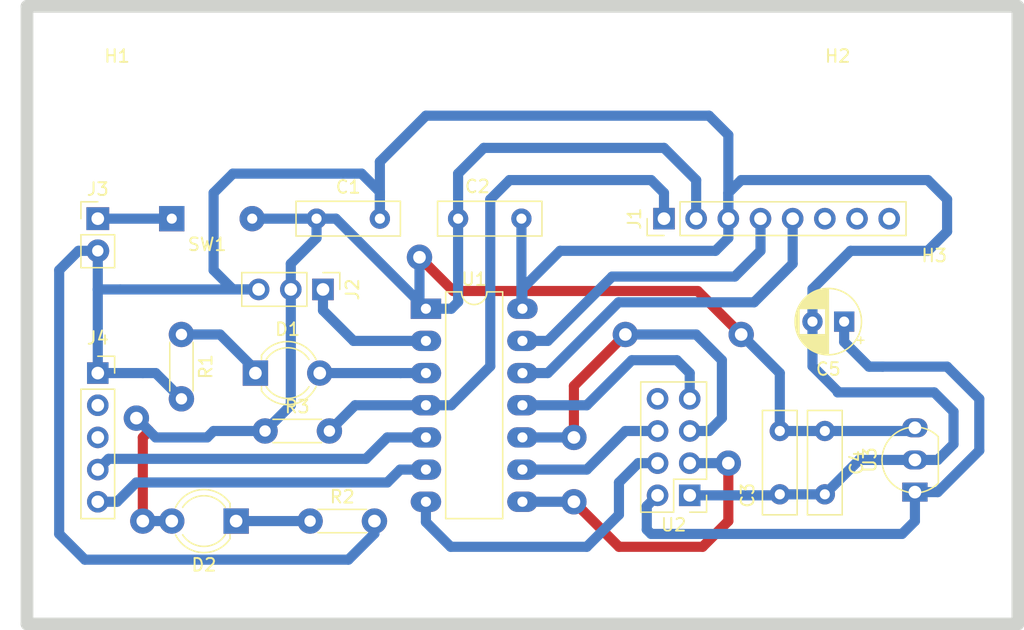
<source format=kicad_pcb>
(kicad_pcb (version 20211014) (generator pcbnew)
  (layers (0 "F.Cu" signal) (31 "B.Cu" signal) (34 "B.Paste" user) (35 "F.Paste" user) (36 "B.SilkS" user "B.Silkscreen") (37 "F.SilkS" user "F.Silkscreen") (38 "B.Mask" user) (39 "F.Mask" user) (44 "Edge.Cuts" user))
  (net 0 "")
  (net 1 "GND")
  (net 2 "+5V")
  (net 3 "+3V3")
  (net 4 "LED")
  (net 5 "Net-(D1-Pad1)")
  (net 6 "Net-(D2-Pad1)")
  (net 7 "Net-(J1-Pad8)")
  (net 8 "Net-(J1-Pad7)")
  (net 9 "Net-(J1-Pad6)")
  (net 10 "PGC")
  (net 11 "PGD")
  (net 12 "MCLR")
  (net 13 "SERVO")
  (net 14 "+BATT")
  (net 15 "TX1")
  (net 16 "RX1")
  (net 17 "Net-(J4-Pad3)")
  (net 18 "Net-(J4-Pad2)")
  (net 19 "CSN")
  (net 20 "SDO1")
  (net 21 "SCK1")
  (net 22 "SDI1")
  (net 23 "CE")
  (net 24 "Net-(U2-Pad8)")
  (footprint "Capacitor_THT:C_Disc_D8.0mm_W2.5mm_P5.00mm" (layer "F.Cu") (at 125.222 81.566)
    (fp_text reference "C1" (at 2.5 -2.5) (layer "F.SilkS"))
    (fp_text value "100n")
    (fp_line (start -1.62 -1.37) (end 6.62 -1.37) (layer "F.SilkS") (width 0.12))
    (fp_line (start -1.62 1.37) (end 6.62 1.37) (layer "F.SilkS") (width 0.12))
    (fp_line (start 6.62 -1.37) (end 6.62 1.37) (layer "F.SilkS") (width 0.12))
    (fp_line (start -1.62 -1.37) (end -1.62 1.37) (layer "F.SilkS") (width 0.12))
    (pad "1" thru_hole circle locked (at 0 0) (size 1.6 1.6) (drill 0.8) (layers *.Cu *.Mask) (net 2 "+5V"))
    (pad "2" thru_hole circle locked (at 5 0) (size 1.6 1.6) (drill 0.8) (layers *.Cu *.Mask) (net 1 "GND"))
  )
  (footprint "Capacitor_THT:C_Disc_D8.0mm_W2.5mm_P5.00mm" (layer "F.Cu") (at 136.398 81.566)
    (fp_text reference "C2" (at 1.524 -2.54) (layer "F.SilkS"))
    (fp_text value "4.7u")
    (fp_line (start -1.62 1.37) (end 6.62 1.37) (layer "F.SilkS") (width 0.12))
    (fp_line (start -1.62 -1.37) (end -1.62 1.37) (layer "F.SilkS") (width 0.12))
    (fp_line (start 6.62 -1.37) (end 6.62 1.37) (layer "F.SilkS") (width 0.12))
    (fp_line (start -1.62 -1.37) (end 6.62 -1.37) (layer "F.SilkS") (width 0.12))
    (pad "1" thru_hole circle locked (at 0 0) (size 1.6 1.6) (drill 0.8) (layers *.Cu *.Mask) (net 2 "+5V"))
    (pad "2" thru_hole circle locked (at 5 0) (size 1.6 1.6) (drill 0.8) (layers *.Cu *.Mask) (net 1 "GND"))
  )
  (footprint "Capacitor_THT:C_Disc_D8.0mm_W2.5mm_P5.00mm" (layer "F.Cu") (at 161.798 98.33 -90)
    (fp_text reference "C3" (at 5.08 2.54 90) (layer "F.SilkS"))
    (fp_text value "10n")
    (fp_line (start -1.62 1.37) (end 6.62 1.37) (layer "F.SilkS") (width 0.12))
    (fp_line (start -1.62 -1.37) (end -1.62 1.37) (layer "F.SilkS") (width 0.12))
    (fp_line (start 6.62 -1.37) (end 6.62 1.37) (layer "F.SilkS") (width 0.12))
    (fp_line (start -1.62 -1.37) (end 6.62 -1.37) (layer "F.SilkS") (width 0.12))
    (pad "1" thru_hole circle locked (at 0 0 270) (size 1.6 1.6) (drill 0.8) (layers *.Cu *.Mask) (net 2 "+5V"))
    (pad "2" thru_hole circle locked (at 5 0 270) (size 1.6 1.6) (drill 0.8) (layers *.Cu *.Mask) (net 1 "GND"))
  )
  (footprint "Capacitor_THT:C_Disc_D8.0mm_W2.5mm_P5.00mm" (layer "F.Cu") (at 165.354 98.33 -90)
    (fp_text reference "C4" (at 2.5 -2.5 90) (layer "F.SilkS"))
    (fp_text value "1n")
    (fp_line (start -1.62 -1.37) (end -1.62 1.37) (layer "F.SilkS") (width 0.12))
    (fp_line (start -1.62 -1.37) (end 6.62 -1.37) (layer "F.SilkS") (width 0.12))
    (fp_line (start 6.62 -1.37) (end 6.62 1.37) (layer "F.SilkS") (width 0.12))
    (fp_line (start -1.62 1.37) (end 6.62 1.37) (layer "F.SilkS") (width 0.12))
    (pad "1" thru_hole circle locked (at 0 0 270) (size 1.6 1.6) (drill 0.8) (layers *.Cu *.Mask) (net 2 "+5V"))
    (pad "2" thru_hole circle locked (at 5 0 270) (size 1.6 1.6) (drill 0.8) (layers *.Cu *.Mask) (net 1 "GND"))
  )
  (footprint "Capacitor_THT:CP_Radial_D5.0mm_P2.50mm" (layer "F.Cu") (at 166.878 89.694 180)
    (fp_text reference "C5" (at 1.25 -3.75) (layer "F.SilkS"))
    (fp_text value "22u")
    (fp_line (start 1.61 -2.556) (end 1.61 -1.04) (layer "F.SilkS") (width 0.12))
    (fp_line (start 2.811 -2.065) (end 2.811 -1.04) (layer "F.SilkS") (width 0.12))
    (fp_line (start 2.811 1.04) (end 2.811 2.065) (layer "F.SilkS") (width 0.12))
    (fp_line (start 3.051 1.04) (end 3.051 1.864) (layer "F.SilkS") (width 0.12))
    (fp_line (start 2.411 1.04) (end 2.411 2.31) (layer "F.SilkS") (width 0.12))
    (fp_line (start 3.371 -1.5) (end 3.371 -1.04) (layer "F.SilkS") (width 0.12))
    (fp_line (start 1.89 1.04) (end 1.89 2.501) (layer "F.SilkS") (width 0.12))
    (fp_line (start 2.171 1.04) (end 2.171 2.414) (layer "F.SilkS") (width 0.12))
    (fp_line (start 3.171 -1.743) (end 3.171 -1.04) (layer "F.SilkS") (width 0.12))
    (fp_line (start 2.891 -2.004) (end 2.891 -1.04) (layer "F.SilkS") (width 0.12))
    (fp_line (start 2.611 -2.2) (end 2.611 -1.04) (layer "F.SilkS") (width 0.12))
    (fp_line (start 3.091 -1.826) (end 3.091 -1.04) (layer "F.SilkS") (width 0.12))
    (fp_line (start 3.451 1.04) (end 3.451 1.383) (layer "F.SilkS") (width 0.12))
    (fp_line (start 2.091 1.04) (end 2.091 2.442) (layer "F.SilkS") (width 0.12))
    (fp_line (start 3.411 -1.443) (end 3.411 -1.04) (layer "F.SilkS") (width 0.12))
    (fp_line (start 3.011 1.04) (end 3.011 1.901) (layer "F.SilkS") (width 0.12))
    (fp_line (start 3.491 1.04) (end 3.491 1.319) (layer "F.SilkS") (width 0.12))
    (fp_line (start 2.131 1.04) (end 2.131 2.428) (layer "F.SilkS") (width 0.12))
    (fp_line (start 1.69 -2.543) (end 1.69 -1.04) (layer "F.SilkS") (width 0.12))
    (fp_line (start 2.731 1.04) (end 2.731 2.122) (layer "F.SilkS") (width 0.12))
    (fp_line (start 1.29 -2.58) (end 1.29 2.58) (layer "F.SilkS") (width 0.12))
    (fp_line (start 3.211 1.04) (end 3.211 1.699) (layer "F.SilkS") (width 0.12))
    (fp_line (start 2.971 1.04) (end 2.971 1.937) (layer "F.SilkS") (width 0.12))
    (fp_line (start 3.531 -1.251) (end 3.531 -1.04) (layer "F.SilkS") (width 0.12))
    (fp_line (start 3.011 -1.901) (end 3.011 -1.04) (layer "F.SilkS") (width 0.12))
    (fp_line (start 1.81 1.04) (end 1.81 2.52) (layer "F.SilkS") (width 0.12))
    (fp_line (start 3.851 -0.284) (end 3.851 0.284) (layer "F.SilkS") (width 0.12))
    (fp_line (start 1.81 -2.52) (end 1.81 -1.04) (layer "F.SilkS") (width 0.12))
    (fp_line (start 2.251 1.04) (end 2.251 2.382) (layer "F.SilkS") (width 0.12))
    (fp_line (start 3.571 -1.178) (end 3.571 1.178) (layer "F.SilkS") (width 0.12))
    (fp_line (start 1.33 -2.579) (end 1.33 2.579) (layer "F.SilkS") (width 0.12))
    (fp_line (start 3.131 1.04) (end 3.131 1.785) (layer "F.SilkS") (width 0.12))
    (fp_line (start 1.971 1.04) (end 1.971 2.48) (layer "F.SilkS") (width 0.12))
    (fp_line (start 2.531 -2.247) (end 2.531 -1.04) (layer "F.SilkS") (width 0.12))
    (fp_line (start 3.251 -1.653) (end 3.251 -1.04) (layer "F.SilkS") (width 0.12))
    (fp_line (start 1.69 1.04) (end 1.69 2.543) (layer "F.SilkS") (width 0.12))
    (fp_line (start 2.291 -2.365) (end 2.291 -1.04) (layer "F.SilkS") (width 0.12))
    (fp_line (start 2.011 -2.468) (end 2.011 -1.04) (layer "F.SilkS") (width 0.12))
    (fp_line (start 3.131 -1.785) (end 3.131 -1.04) (layer "F.SilkS") (width 0.12))
    (fp_line (start 3.491 -1.319) (end 3.491 -1.04) (layer "F.SilkS") (width 0.12))
    (fp_line (start 2.051 1.04) (end 2.051 2.455) (layer "F.SilkS") (width 0.12))
    (fp_line (start 3.731 -0.805) (end 3.731 0.805) (layer "F.SilkS") (width 0.12))
    (fp_line (start 1.77 -2.528) (end 1.77 -1.04) (layer "F.SilkS") (width 0.12))
    (fp_line (start 3.531 1.04) (end 3.531 1.251) (layer "F.SilkS") (width 0.12))
    (fp_line (start 2.371 1.04) (end 2.371 2.329) (layer "F.SilkS") (width 0.12))
    (fp_line (start 3.771 -0.677) (end 3.771 0.677) (layer "F.SilkS") (width 0.12))
    (fp_line (start 2.651 -2.175) (end 2.651 -1.04) (layer "F.SilkS") (width 0.12))
    (fp_line (start 3.331 1.04) (end 3.331 1.554) (layer "F.SilkS") (width 0.12))
    (fp_line (start 3.171 1.04) (end 3.171 1.743) (layer "F.SilkS") (width 0.12))
    (fp_line (start 1.61 1.04) (end 1.61 2.556) (layer "F.SilkS") (width 0.12))
    (fp_line (start 3.611 -1.098) (end 3.611 1.098) (layer "F.SilkS") (width 0.12))
    (fp_line (start 2.571 1.04) (end 2.571 2.224) (layer "F.SilkS") (width 0.12))
    (fp_line (start 1.73 1.04) (end 1.73 2.536) (layer "F.SilkS") (width 0.12))
    (fp_line (start 1.85 1.04) (end 1.85 2.511) (layer "F.SilkS") (width 0.12))
    (fp_line (start 3.091 1.04) (end 3.091 1.826) (layer "F.SilkS") (width 0.12))
    (fp_line (start 1.73 -2.536) (end 1.73 -1.04) (layer "F.SilkS") (width 0.12))
    (fp_line (start 3.651 -1.011) (end 3.651 1.011) (layer "F.SilkS") (width 0.12))
    (fp_line (start 1.971 -2.48) (end 1.971 -1.04) (layer "F.SilkS") (width 0.12))
    (fp_line (start 1.53 -2.565) (end 1.53 -1.04) (layer "F.SilkS") (width 0.12))
    (fp_line (start -1.304775 -1.725) (end -1.304775 -1.225) (layer "F.SilkS") (width 0.12))
    (fp_line (start 2.691 -2.149) (end 2.691 -1.04) (layer "F.SilkS") (width 0.12))
    (fp_line (start 2.451 -2.29) (end 2.451 -1.04) (layer "F.SilkS") (width 0.12))
    (fp_line (start 2.331 -2.348) (end 2.331 -1.04) (layer "F.SilkS") (width 0.12))
    (fp_line (start 2.451 1.04) (end 2.451 2.29) (layer "F.SilkS") (width 0.12))
    (fp_line (start 1.77 1.04) (end 1.77 2.528) (layer "F.SilkS") (width 0.12))
    (fp_line (start 3.291 1.04) (end 3.291 1.605) (layer "F.SilkS") (width 0.12))
    (fp_line (start 1.41 -2.576) (end 1.41 2.576) (layer "F.SilkS") (width 0.12))
    (fp_line (start 1.37 -2.578) (end 1.37 2.578) (layer "F.SilkS") (width 0.12))
    (fp_line (start 2.971 -1.937) (end 2.971 -1.04) (layer "F.SilkS") (width 0.12))
    (fp_line (start 2.571 -2.224) (end 2.571 -1.04) (layer "F.SilkS") (width 0.12))
    (fp_line (start 2.291 1.04) (end 2.291 2.365) (layer "F.SilkS") (width 0.12))
    (fp_line (start 3.251 1.04) (end 3.251 1.653) (layer "F.SilkS") (width 0.12))
    (fp_line (start -1.554775 -1.475) (end -1.054775 -1.475) (layer "F.SilkS") (width 0.12))
    (fp_line (start 3.411 1.04) (end 3.411 1.443) (layer "F.SilkS") (width 0.12))
    (fp_line (start 1.93 -2.491) (end 1.93 -1.04) (layer "F.SilkS") (width 0.12))
    (fp_line (start 2.851 -2.035) (end 2.851 -1.04) (layer "F.SilkS") (width 0.12))
    (fp_line (start 2.211 -2.398) (end 2.211 -1.04) (layer "F.SilkS") (width 0.12))
    (fp_line (start 3.291 -1.605) (end 3.291 -1.04) (layer "F.SilkS") (width 0.12))
    (fp_line (start 1.53 1.04) (end 1.53 2.565) (layer "F.SilkS") (width 0.12))
    (fp_line (start 1.49 1.04) (end 1.49 2.569) (layer "F.SilkS") (width 0.12))
    (fp_line (start 1.25 -2.58) (end 1.25 2.58) (layer "F.SilkS") (width 0.12))
    (fp_line (start 3.811 -0.518) (end 3.811 0.518) (layer "F.SilkS") (width 0.12))
    (fp_line (start 2.531 1.04) (end 2.531 2.247) (layer "F.SilkS") (width 0.12))
    (fp_line (start 2.091 -2.442) (end 2.091 -1.04) (layer "F.SilkS") (width 0.12))
    (fp_line (start 1.93 1.04) (end 1.93 2.491) (layer "F.SilkS") (width 0.12))
    (fp_line (start 2.771 1.04) (end 2.771 2.095) (layer "F.SilkS") (width 0.12))
    (fp_line (start 2.251 -2.382) (end 2.251 -1.04) (layer "F.SilkS") (width 0.12))
    (fp_line (start 2.771 -2.095) (end 2.771 -1.04) (layer "F.SilkS") (width 0.12))
    (fp_line (start 1.65 1.04) (end 1.65 2.55) (layer "F.SilkS") (width 0.12))
    (fp_line (start 2.611 1.04) (end 2.611 2.2) (layer "F.SilkS") (width 0.12))
    (fp_line (start 3.451 -1.383) (end 3.451 -1.04) (layer "F.SilkS") (width 0.12))
    (fp_line (start 2.331 1.04) (end 2.331 2.348) (layer "F.SilkS") (width 0.12))
    (fp_line (start 2.851 1.04) (end 2.851 2.035) (layer "F.SilkS") (width 0.12))
    (fp_line (start 2.171 -2.414) (end 2.171 -1.04) (layer "F.SilkS") (width 0.12))
    (fp_line (start 1.57 -2.561) (end 1.57 -1.04) (layer "F.SilkS") (width 0.12))
    (fp_line (start 1.49 -2.569) (end 1.49 -1.04) (layer "F.SilkS") (width 0.12))
    (fp_line (start 2.691 1.04) (end 2.691 2.149) (layer "F.SilkS") (width 0.12))
    (fp_line (start 2.411 -2.31) (end 2.411 -1.04) (layer "F.SilkS") (width 0.12))
    (fp_line (start 2.491 1.04) (end 2.491 2.268) (layer "F.SilkS") (width 0.12))
    (fp_line (start 3.051 -1.864) (end 3.051 -1.04) (layer "F.SilkS") (width 0.12))
    (fp_line (start 2.731 -2.122) (end 2.731 -1.04) (layer "F.SilkS") (width 0.12))
    (fp_line (start 1.45 -2.573) (end 1.45 2.573) (layer "F.SilkS") (width 0.12))
    (fp_line (start 3.371 1.04) (end 3.371 1.5) (layer "F.SilkS") (width 0.12))
    (fp_line (start 2.131 -2.428) (end 2.131 -1.04) (layer "F.SilkS") (width 0.12))
    (fp_line (start 2.011 1.04) (end 2.011 2.468) (layer "F.SilkS") (width 0.12))
    (fp_line (start 1.85 -2.511) (end 1.85 -1.04) (layer "F.SilkS") (width 0.12))
    (fp_line (start 1.89 -2.501) (end 1.89 -1.04) (layer "F.SilkS") (width 0.12))
    (fp_line (start 2.891 1.04) (end 2.891 2.004) (layer "F.SilkS") (width 0.12))
    (fp_line (start 2.931 -1.971) (end 2.931 -1.04) (layer "F.SilkS") (width 0.12))
    (fp_line (start 2.371 -2.329) (end 2.371 -1.04) (layer "F.SilkS") (width 0.12))
    (fp_line (start 2.051 -2.455) (end 2.051 -1.04) (layer "F.SilkS") (width 0.12))
    (fp_line (start 3.211 -1.699) (end 3.211 -1.04) (layer "F.SilkS") (width 0.12))
    (fp_line (start 2.491 -2.268) (end 2.491 -1.04) (layer "F.SilkS") (width 0.12))
    (fp_line (start 2.651 1.04) (end 2.651 2.175) (layer "F.SilkS") (width 0.12))
    (fp_line (start 2.211 1.04) (end 2.211 2.398) (layer "F.SilkS") (width 0.12))
    (fp_line (start 2.931 1.04) (end 2.931 1.971) (layer "F.SilkS") (width 0.12))
    (fp_line (start 3.691 -0.915) (end 3.691 0.915) (layer "F.SilkS") (width 0.12))
    (fp_line (start 1.65 -2.55) (end 1.65 -1.04) (layer "F.SilkS") (width 0.12))
    (fp_line (start 1.57 1.04) (end 1.57 2.561) (layer "F.SilkS") (width 0.12))
    (fp_line (start 3.331 -1.554) (end 3.331 -1.04) (layer "F.SilkS") (width 0.12))
    (fp_circle (center 1.25 0) (end 3.87 0) (layer "F.SilkS") (width 0.12) (fill none))
    (pad "1" thru_hole rect locked (at 0 0 180) (size 1.6 1.6) (drill 0.8) (layers *.Cu *.Mask) (net 3 "+3V3"))
    (pad "2" thru_hole circle locked (at 2.5 0 180) (size 1.6 1.6) (drill 0.8) (layers *.Cu *.Mask) (net 1 "GND"))
  )
  (footprint "LED_THT:LED_D4.0mm" (layer "F.Cu") (at 121.666 93.758)
    (fp_text reference "D1" (at 1.27 -3.46) (layer "F.SilkS"))
    (fp_text value "LED")
    (fp_line (start -0.79 1.08) (end -0.79 1.399) (layer "F.SilkS") (width 0.12))
    (fp_line (start -0.79 -1.399) (end -0.79 -1.08) (layer "F.SilkS") (width 0.12))
    (fp_arc (start -0.79 -1.398749) (mid 1.453519 -2.483228) (end 3.513242 -1.080724) (layer "F.SilkS") (width 0.12))
    (fp_arc (start -0.41333 -1.08) (mid 1.269429 -2) (end 2.952713 -1.080961) (layer "F.SilkS") (width 0.12))
    (fp_arc (start 2.952713 1.080961) (mid 1.269429 2) (end -0.41333 1.08) (layer "F.SilkS") (width 0.12))
    (fp_arc (start 3.513242 1.080724) (mid 1.453519 2.483228) (end -0.79 1.398749) (layer "F.SilkS") (width 0.12))
    (pad "1" thru_hole rect locked (at -1.27 0) (size 2 2) (drill 1) (layers *.Cu *.Mask) (net 5 "Net-(D1-Pad1)"))
    (pad "2" thru_hole circle locked (at 3.81 0) (size 2 2) (drill 1) (layers *.Cu *.Mask) (net 4 "LED"))
  )
  (footprint "LED_THT:LED_D4.0mm" (layer "F.Cu") (at 117.602 105.442 180)
    (fp_text reference "D2" (at 1.27 -3.46) (layer "F.SilkS"))
    (fp_text value "LED")
    (fp_line (start -0.79 -1.399) (end -0.79 -1.08) (layer "F.SilkS") (width 0.12))
    (fp_line (start -0.79 1.08) (end -0.79 1.399) (layer "F.SilkS") (width 0.12))
    (fp_arc (start 3.513242 1.080724) (mid 1.453519 2.483228) (end -0.79 1.398749) (layer "F.SilkS") (width 0.12))
    (fp_arc (start -0.79 -1.398749) (mid 1.453519 -2.483228) (end 3.513242 -1.080724) (layer "F.SilkS") (width 0.12))
    (fp_arc (start -0.41333 -1.08) (mid 1.269429 -2) (end 2.952713 -1.080961) (layer "F.SilkS") (width 0.12))
    (fp_arc (start 2.952713 1.080961) (mid 1.269429 2) (end -0.41333 1.08) (layer "F.SilkS") (width 0.12))
    (pad "1" thru_hole rect locked (at -1.27 0 180) (size 2 2) (drill 1) (layers *.Cu *.Mask) (net 6 "Net-(D2-Pad1)"))
    (pad "2" thru_hole circle locked (at 3.81 0 180) (size 2 2) (drill 1) (layers *.Cu *.Mask) (net 2 "+5V"))
  )
  (footprint "MountingHole:MountingHole_3.2mm_M3" (layer "F.Cu") (at 166.37 72.93)
    (fp_text reference "H2" (at 0 -4.2) (layer "F.SilkS"))
    (fp_text value "MountingHole")
    (pad "" np_thru_hole circle locked (at 0 0) (size 3.2 3.2) (drill 3.2) (layers *.Cu *.Mask))
  )
  (footprint "MountingHole:MountingHole_3.2mm_M3" (layer "F.Cu") (at 173.99 88.678)
    (fp_text reference "H3" (at 0 -4.2) (layer "F.SilkS"))
    (fp_text value "MountingHole")
    (pad "" np_thru_hole circle locked (at 0 0) (size 3.2 3.2) (drill 3.2) (layers *.Cu *.Mask))
  )
  (footprint "Connector_PinHeader_2.54mm:PinHeader_1x08_P2.54mm_Vertical" (layer "F.Cu") (at 152.654 81.566 90)
    (fp_text reference "J1" (at 0 -2.33 90) (layer "F.SilkS"))
    (fp_text value "Conn_01x08_Male")
    (fp_line (start 1.33 1.27) (end 1.33 19.11) (layer "F.SilkS") (width 0.12))
    (fp_line (start -1.33 -1.33) (end 0 -1.33) (layer "F.SilkS") (width 0.12))
    (fp_line (start -1.33 1.27) (end -1.33 19.11) (layer "F.SilkS") (width 0.12))
    (fp_line (start -1.33 1.27) (end 1.33 1.27) (layer "F.SilkS") (width 0.12))
    (fp_line (start -1.33 0) (end -1.33 -1.33) (layer "F.SilkS") (width 0.12))
    (fp_line (start -1.33 19.11) (end 1.33 19.11) (layer "F.SilkS") (width 0.12))
    (pad "1" thru_hole rect locked (at 0 0 90) (size 1.7 1.7) (drill 1) (layers *.Cu *.Mask) (net 12 "MCLR"))
    (pad "2" thru_hole oval locked (at 0 2.54 90) (size 1.7 1.7) (drill 1) (layers *.Cu *.Mask) (net 2 "+5V"))
    (pad "3" thru_hole oval locked (at 0 5.08 90) (size 1.7 1.7) (drill 1) (layers *.Cu *.Mask) (net 1 "GND"))
    (pad "4" thru_hole oval locked (at 0 7.62 90) (size 1.7 1.7) (drill 1) (layers *.Cu *.Mask) (net 11 "PGD"))
    (pad "5" thru_hole oval locked (at 0 10.16 90) (size 1.7 1.7) (drill 1) (layers *.Cu *.Mask) (net 10 "PGC"))
    (pad "6" thru_hole oval locked (at 0 12.7 90) (size 1.7 1.7) (drill 1) (layers *.Cu *.Mask) (net 9 "Net-(J1-Pad6)"))
    (pad "7" thru_hole oval locked (at 0 15.24 90) (size 1.7 1.7) (drill 1) (layers *.Cu *.Mask) (net 8 "Net-(J1-Pad7)"))
    (pad "8" thru_hole oval locked (at 0 17.78 90) (size 1.7 1.7) (drill 1) (layers *.Cu *.Mask) (net 7 "Net-(J1-Pad8)"))
  )
  (footprint "Connector_PinHeader_2.54mm:PinHeader_1x03_P2.54mm_Vertical" (layer "F.Cu") (at 125.73 87.154 -90)
    (fp_text reference "J2" (at 0 -2.33 90) (layer "F.SilkS"))
    (fp_text value "Conn_01x03_Male")
    (fp_line (start -1.33 6.41) (end 1.33 6.41) (layer "F.SilkS") (width 0.12))
    (fp_line (start -1.33 1.27) (end 1.33 1.27) (layer "F.SilkS") (width 0.12))
    (fp_line (start -1.33 0) (end -1.33 -1.33) (layer "F.SilkS") (width 0.12))
    (fp_line (start -1.33 -1.33) (end 0 -1.33) (layer "F.SilkS") (width 0.12))
    (fp_line (start -1.33 1.27) (end -1.33 6.41) (layer "F.SilkS") (width 0.12))
    (fp_line (start 1.33 1.27) (end 1.33 6.41) (layer "F.SilkS") (width 0.12))
    (pad "1" thru_hole rect locked (at 0 0 270) (size 1.7 1.7) (drill 1) (layers *.Cu *.Mask) (net 13 "SERVO"))
    (pad "2" thru_hole oval locked (at 0 2.54 270) (size 1.7 1.7) (drill 1) (layers *.Cu *.Mask) (net 2 "+5V"))
    (pad "3" thru_hole oval locked (at 0 5.08 270) (size 1.7 1.7) (drill 1) (layers *.Cu *.Mask) (net 1 "GND"))
  )
  (footprint "Connector_PinHeader_2.54mm:PinHeader_1x02_P2.54mm_Vertical" (layer "F.Cu") (at 107.95 81.566)
    (fp_text reference "J3" (at 0 -2.33) (layer "F.SilkS"))
    (fp_text value "Conn_01x02_Male")
    (fp_line (start 1.33 1.27) (end 1.33 3.87) (layer "F.SilkS") (width 0.12))
    (fp_line (start -1.33 0) (end -1.33 -1.33) (layer "F.SilkS") (width 0.12))
    (fp_line (start -1.33 -1.33) (end 0 -1.33) (layer "F.SilkS") (width 0.12))
    (fp_line (start -1.33 1.27) (end 1.33 1.27) (layer "F.SilkS") (width 0.12))
    (fp_line (start -1.33 1.27) (end -1.33 3.87) (layer "F.SilkS") (width 0.12))
    (fp_line (start -1.33 3.87) (end 1.33 3.87) (layer "F.SilkS") (width 0.12))
    (pad "1" thru_hole rect locked (at 0 0) (size 1.8 1.8) (drill 1) (layers *.Cu *.Mask) (net 14 "+BATT"))
    (pad "2" thru_hole oval locked (at 0 2.54) (size 1.8 1.8) (drill 0.9) (layers *.Cu *.Mask) (net 1 "GND"))
  )
  (footprint "Connector_PinSocket_2.54mm:PinSocket_1x05_P2.54mm_Vertical" (layer "F.Cu") (at 107.95 93.758)
    (fp_text reference "J4" (at 0 -2.77) (layer "F.SilkS"))
    (fp_text value "Conn_01x05_Female")
    (fp_line (start 1.33 -1.33) (end 1.33 0) (layer "F.SilkS") (width 0.12))
    (fp_line (start -1.33 11.49) (end 1.33 11.49) (layer "F.SilkS") (width 0.12))
    (fp_line (start 1.33 1.27) (end 1.33 11.49) (layer "F.SilkS") (width 0.12))
    (fp_line (start -1.33 1.27) (end -1.33 11.49) (layer "F.SilkS") (width 0.12))
    (fp_line (start 0 -1.33) (end 1.33 -1.33) (layer "F.SilkS") (width 0.12))
    (fp_line (start -1.33 1.27) (end 1.33 1.27) (layer "F.SilkS") (width 0.12))
    (pad "1" thru_hole rect locked (at 0 0) (size 1.7 1.7) (drill 1) (layers *.Cu *.Mask) (net 1 "GND"))
    (pad "2" thru_hole oval locked (at 0 2.54) (size 1.7 1.7) (drill 1) (layers *.Cu *.Mask) (net 18 "Net-(J4-Pad2)"))
    (pad "3" thru_hole oval locked (at 0 5.08) (size 1.7 1.7) (drill 1) (layers *.Cu *.Mask) (net 17 "Net-(J4-Pad3)"))
    (pad "4" thru_hole oval locked (at 0 7.62) (size 1.7 1.7) (drill 1) (layers *.Cu *.Mask) (net 16 "RX1"))
    (pad "5" thru_hole oval locked (at 0 10.16) (size 1.7 1.7) (drill 1) (layers *.Cu *.Mask) (net 15 "TX1"))
  )
  (footprint "Resistor_THT:R_Axial_DIN0204_L3.6mm_D1.6mm_P5.08mm_Horizontal" (layer "F.Cu") (at 114.554 90.71 -90)
    (fp_text reference "R1" (at 2.54 -1.92 90) (layer "F.SilkS"))
    (fp_text value "330")
    (fp_line (start 0.62 -0.92) (end 4.46 -0.92) (layer "F.SilkS") (width 0.12))
    (fp_line (start 0.62 0.92) (end 4.46 0.92) (layer "F.SilkS") (width 0.12))
    (pad "1" thru_hole circle locked (at 0 0 270) (size 2 2) (drill 0.9) (layers *.Cu *.Mask) (net 5 "Net-(D1-Pad1)"))
    (pad "2" thru_hole oval locked (at 5.08 0 270) (size 2 2) (drill 0.9) (layers *.Cu *.Mask) (net 1 "GND"))
  )
  (footprint "Resistor_THT:R_Axial_DIN0204_L3.6mm_D1.6mm_P5.08mm_Horizontal" (layer "F.Cu") (at 124.714 105.442)
    (fp_text reference "R2" (at 2.54 -1.92) (layer "F.SilkS"))
    (fp_text value "330")
    (fp_line (start 0.62 0.92) (end 4.46 0.92) (layer "F.SilkS") (width 0.12))
    (fp_line (start 0.62 -0.92) (end 4.46 -0.92) (layer "F.SilkS") (width 0.12))
    (pad "1" thru_hole circle locked (at 0 0) (size 2 2) (drill 0.9) (layers *.Cu *.Mask) (net 6 "Net-(D2-Pad1)"))
    (pad "2" thru_hole oval locked (at 5.08 0) (size 2 2) (drill 1) (layers *.Cu *.Mask) (net 1 "GND"))
  )
  (footprint "Resistor_THT:R_Axial_DIN0204_L3.6mm_D1.6mm_P5.08mm_Horizontal" (layer "F.Cu") (at 121.158 98.33)
    (fp_text reference "R3" (at 2.54 -1.92) (layer "F.SilkS"))
    (fp_text value "10k")
    (fp_line (start 0.62 0.92) (end 4.46 0.92) (layer "F.SilkS") (width 0.12))
    (fp_line (start 0.62 -0.92) (end 4.46 -0.92) (layer "F.SilkS") (width 0.12))
    (pad "1" thru_hole circle locked (at 0 0) (size 2 2) (drill 0.9) (layers *.Cu *.Mask) (net 2 "+5V"))
    (pad "2" thru_hole oval locked (at 5.08 0) (size 2 2) (drill 0.9) (layers *.Cu *.Mask) (net 12 "MCLR"))
  )
  (footprint "Connector_Wire:SolderWirePad_1x02_P3.81mm_Drill0.8mm" (layer "F.Cu") (at 115.062 81.566)
    (fp_text reference "SW1" (at 1.524 2.032) (layer "F.SilkS"))
    (fp_text value "SW_DIP_x01")
    (pad "1" thru_hole rect locked (at -1.27 0) (size 1.99898 1.99898) (drill 0.8001) (layers *.Cu *.Mask) (net 14 "+BATT"))
    (pad "2" thru_hole circle locked (at 5.08 0) (size 1.99898 1.99898) (drill 0.8001) (layers *.Cu *.Mask) (net 2 "+5V"))
  )
  (footprint "Package_DIP:DIP-14_W7.62mm_LongPads" (layer "F.Cu") (at 133.858 88.678)
    (fp_text reference "U1" (at 3.81 -2.33) (layer "F.SilkS"))
    (fp_text value "PIC16F18426")
    (fp_line (start 2.81 -1.33) (end 1.56 -1.33) (layer "F.SilkS") (width 0.12))
    (fp_line (start 1.56 16.57) (end 6.06 16.57) (layer "F.SilkS") (width 0.12))
    (fp_line (start 6.06 16.57) (end 6.06 -1.33) (layer "F.SilkS") (width 0.12))
    (fp_line (start 6.06 -1.33) (end 4.81 -1.33) (layer "F.SilkS") (width 0.12))
    (fp_line (start 1.56 -1.33) (end 1.56 16.57) (layer "F.SilkS") (width 0.12))
    (fp_arc (start 4.81 -1.33) (mid 3.81 -0.33) (end 2.81 -1.33) (layer "F.SilkS") (width 0.12))
    (pad "1" thru_hole rect locked (at 0 0) (size 2.4 1.6) (drill 0.8) (layers *.Cu *.Mask) (net 2 "+5V"))
    (pad "2" thru_hole oval locked (at 0 2.54) (size 2.4 1.6) (drill 0.8) (layers *.Cu *.Mask) (net 13 "SERVO"))
    (pad "3" thru_hole oval locked (at 0 5.08) (size 2.4 1.6) (drill 0.8) (layers *.Cu *.Mask) (net 4 "LED"))
    (pad "4" thru_hole oval locked (at 0 7.62) (size 2.4 1.6) (drill 0.8) (layers *.Cu *.Mask) (net 12 "MCLR"))
    (pad "5" thru_hole oval locked (at 0 10.16) (size 2.4 1.6) (drill 0.8) (layers *.Cu *.Mask) (net 16 "RX1"))
    (pad "6" thru_hole oval locked (at 0 12.7) (size 2.4 1.6) (drill 0.8) (layers *.Cu *.Mask) (net 15 "TX1"))
    (pad "7" thru_hole oval locked (at 0 15.24) (size 2.4 1.6) (drill 0.8) (layers *.Cu *.Mask) (net 19 "CSN"))
    (pad "8" thru_hole oval locked (at 7.62 15.24) (size 2.4 1.6) (drill 0.8) (layers *.Cu *.Mask) (net 23 "CE"))
    (pad "9" thru_hole oval locked (at 7.62 12.7) (size 2.4 1.6) (drill 0.8) (layers *.Cu *.Mask) (net 22 "SDI1"))
    (pad "10" thru_hole oval locked (at 7.62 10.16) (size 2.4 1.6) (drill 0.8) (layers *.Cu *.Mask) (net 21 "SCK1"))
    (pad "11" thru_hole oval locked (at 7.62 7.62) (size 2.4 1.6) (drill 0.8) (layers *.Cu *.Mask) (net 20 "SDO1"))
    (pad "12" thru_hole oval locked (at 7.62 5.08) (size 2.4 1.6) (drill 0.8) (layers *.Cu *.Mask) (net 10 "PGC"))
    (pad "13" thru_hole oval locked (at 7.62 2.54) (size 2.4 1.6) (drill 0.8) (layers *.Cu *.Mask) (net 11 "PGD"))
    (pad "14" thru_hole oval locked (at 7.62 0) (size 2.4 1.6) (drill 0.8) (layers *.Cu *.Mask) (net 1 "GND"))
  )
  (footprint "Connector_PinHeader_2.54mm:PinHeader_2x04_P2.54mm_Vertical" (layer "F.Cu") (at 154.686 103.41 180)
    (fp_text reference "U2" (at 1.27 -2.33) (layer "F.SilkS"))
    (fp_text value "NRF24L01_Breakout")
    (fp_line (start 1.27 1.27) (end 1.27 -1.33) (layer "F.SilkS") (width 0.12))
    (fp_line (start -1.33 1.27) (end 1.27 1.27) (layer "F.SilkS") (width 0.12))
    (fp_line (start 3.87 -1.33) (end 3.87 8.95) (layer "F.SilkS") (width 0.12))
    (fp_line (start -1.33 -1.33) (end 0 -1.33) (layer "F.SilkS") (width 0.12))
    (fp_line (start -1.33 0) (end -1.33 -1.33) (layer "F.SilkS") (width 0.12))
    (fp_line (start 1.27 -1.33) (end 3.87 -1.33) (layer "F.SilkS") (width 0.12))
    (fp_line (start -1.33 8.95) (end 3.87 8.95) (layer "F.SilkS") (width 0.12))
    (fp_line (start -1.33 1.27) (end -1.33 8.95) (layer "F.SilkS") (width 0.12))
    (pad "1" thru_hole rect locked (at 0 0 180) (size 1.7 1.7) (drill 1) (layers *.Cu *.Mask) (net 1 "GND"))
    (pad "2" thru_hole oval locked (at 2.54 0 180) (size 1.7 1.7) (drill 1) (layers *.Cu *.Mask) (net 3 "+3V3"))
    (pad "3" thru_hole oval locked (at 0 2.54 180) (size 1.7 1.7) (drill 1) (layers *.Cu *.Mask) (net 23 "CE"))
    (pad "4" thru_hole oval locked (at 2.54 2.54 180) (size 1.7 1.7) (drill 1) (layers *.Cu *.Mask) (net 19 "CSN"))
    (pad "5" thru_hole oval locked (at 0 5.08 180) (size 1.7 1.7) (drill 1) (layers *.Cu *.Mask) (net 21 "SCK1"))
    (pad "6" thru_hole oval locked (at 2.54 5.08 180) (size 1.7 1.7) (drill 1) (layers *.Cu *.Mask) (net 22 "SDI1"))
    (pad "7" thru_hole oval locked (at 0 7.62 180) (size 1.7 1.7) (drill 1) (layers *.Cu *.Mask) (net 20 "SDO1"))
    (pad "8" thru_hole oval locked (at 2.54 7.62 180) (size 1.7 1.7) (drill 1) (layers *.Cu *.Mask) (net 24 "Net-(U2-Pad8)"))
  )
  (footprint "Package_TO_SOT_THT:TO-92_Inline" (layer "F.Cu") (at 172.466 101.886 90)
    (fp_text reference "U3" (at 1.27 -3.56 90) (layer "F.SilkS"))
    (fp_text value "L78L33_TO92")
    (fp_line (start -0.53 1.85) (end 3.07 1.85) (layer "F.SilkS") (width 0.12))
    (fp_arc (start 1.27 -2.6) (mid 3.672087 -0.994977) (end 3.108478 1.838478) (layer "F.SilkS") (width 0.12))
    (fp_arc (start -0.568478 1.838478) (mid -1.132087 -0.994977) (end 1.27 -2.6) (layer "F.SilkS") (width 0.12))
    (pad "1" thru_hole rect locked (at -1.27 0 90) (size 1.5 2) (drill 1) (layers *.Cu *.Mask) (net 3 "+3V3"))
    (pad "2" thru_hole oval locked (at 1.27 0 90) (size 1.5 2) (drill 1) (layers *.Cu *.Mask) (net 1 "GND"))
    (pad "3" thru_hole oval locked (at 3.81 0 90) (size 1.5 2) (drill 1) (layers *.Cu *.Mask) (net 2 "+5V"))
  )
  (footprint "MountingHole:MountingHole_3.2mm_M3" (layer "F.Cu") (at 109.474 72.93)
    (fp_text reference "H1" (at 0 -4.2) (layer "F.SilkS"))
    (fp_text value "MountingHole")
    (pad "" np_thru_hole circle locked (at 0 0) (size 3.2 3.2) (drill 3.2) (layers *.Cu *.Mask))
  )
  (gr_line (start 180.594 64.802) (end 180.594 113.57) (layer "Edge.Cuts") (width 1))
  (gr_line (start 180.594 113.57) (end 102.362 113.57) (layer "Edge.Cuts") (width 1))
  (gr_line (start 102.362 64.802) (end 180.594 64.802) (layer "Edge.Cuts") (width 1))
  (gr_line (start 102.362 113.57) (end 102.362 64.802) (layer "Edge.Cuts") (width 1))
  (segment (start 175.006 80.042) (end 173.482 78.518) (width 0.8) (layer "B.Cu") (net 1))
  (segment (start 164.378 89.694) (end 164.378 93.21) (width 0.8) (layer "B.Cu") (net 1))
  (segment (start 120.65 87.154) (end 109.728 87.154) (width 0.8) (layer "B.Cu") (net 1))
  (segment (start 166.37 95.282) (end 173.99 95.282) (width 0.8) (layer "B.Cu") (net 1))
  (segment (start 117.094 79.534) (end 118.618 78.01) (width 0.8) (layer "B.Cu") (net 1))
  (segment (start 118.618 78.01) (end 128.778 78.01) (width 0.8) (layer "B.Cu") (net 1))
  (segment (start 157.734 79.534) (end 157.734 81.566) (width 0.8) (layer "B.Cu") (net 1))
  (segment (start 104.902 85.63) (end 106.426 84.106) (width 0.8) (layer "B.Cu") (net 1))
  (segment (start 175.006 82.582) (end 175.006 80.042) (width 0.8) (layer "B.Cu") (net 1))
  (segment (start 157.734 81.566) (end 157.734 83.09) (width 0.8) (layer "B.Cu") (net 1))
  (segment (start 107.95 93.758) (end 107.95 87.154) (width 0.8) (layer "B.Cu") (net 1))
  (segment (start 130.222 77.074) (end 133.858 73.438) (width 0.8) (layer "B.Cu") (net 1))
  (segment (start 172.466 100.616) (end 168.068 100.616) (width 0.8) (layer "B.Cu") (net 1))
  (segment (start 128.778 78.01) (end 130.222 79.454) (width 0.8) (layer "B.Cu") (net 1))
  (segment (start 174.266 100.616) (end 172.466 100.616) (width 0.8) (layer "B.Cu") (net 1))
  (segment (start 109.728 87.154) (end 107.95 87.154) (width 0.8) (layer "B.Cu") (net 1))
  (segment (start 144.45 84.106) (end 141.478 87.078) (width 0.8) (layer "B.Cu") (net 1))
  (segment (start 107.95 87.154) (end 107.95 85.376) (width 0.8) (layer "B.Cu") (net 1))
  (segment (start 158.75 78.518) (end 157.734 79.534) (width 0.8) (layer "B.Cu") (net 1))
  (segment (start 175.514 96.806) (end 175.514 99.368) (width 0.8) (layer "B.Cu") (net 1))
  (segment (start 173.482 78.518) (end 158.75 78.518) (width 0.8) (layer "B.Cu") (net 1))
  (segment (start 127.735949 108.49) (end 106.934 108.49) (width 0.8) (layer "B.Cu") (net 1))
  (segment (start 106.934 108.49) (end 104.902 106.458) (width 0.8) (layer "B.Cu") (net 1))
  (segment (start 129.794 106.431949) (end 127.735949 108.49) (width 0.8) (layer "B.Cu") (net 1))
  (segment (start 164.378 89.694) (end 164.378 87.114) (width 0.8) (layer "B.Cu") (net 1))
  (segment (start 168.068 100.616) (end 165.354 103.33) (width 0.8) (layer "B.Cu") (net 1))
  (segment (start 141.398 88.598) (end 141.478 88.678) (width 0.8) (layer "B.Cu") (net 1))
  (segment (start 129.794 105.442) (end 129.794 106.431949) (width 0.8) (layer "B.Cu") (net 1))
  (segment (start 141.398 81.566) (end 141.398 88.598) (width 0.8) (layer "B.Cu") (net 1))
  (segment (start 157.734 74.962) (end 157.734 81.566) (width 0.8) (layer "B.Cu") (net 1))
  (segment (start 164.378 87.114) (end 167.386 84.106) (width 0.8) (layer "B.Cu") (net 1))
  (segment (start 104.902 106.458) (end 104.902 85.63) (width 0.8) (layer "B.Cu") (net 1))
  (segment (start 154.686 103.41) (end 161.718 103.41) (width 0.8) (layer "B.Cu") (net 1))
  (segment (start 117.094 85.63) (end 117.094 79.534) (width 0.8) (layer "B.Cu") (net 1))
  (segment (start 167.386 84.106) (end 173.482 84.106) (width 0.8) (layer "B.Cu") (net 1))
  (segment (start 114.554 95.79) (end 112.522 93.758) (width 0.8) (layer "B.Cu") (net 1))
  (segment (start 165.354 103.33) (end 161.798 103.33) (width 0.8) (layer "B.Cu") (net 1))
  (segment (start 161.718 103.41) (end 161.798 103.33) (width 0.8) (layer "B.Cu") (net 1))
  (segment (start 164.378 93.21) (end 166.37 95.202) (width 0.8) (layer "B.Cu") (net 1))
  (segment (start 156.718 84.106) (end 144.45 84.106) (width 0.8) (layer "B.Cu") (net 1))
  (segment (start 166.37 95.202) (end 166.37 95.282) (width 0.8) (layer "B.Cu") (net 1))
  (segment (start 106.426 84.106) (end 107.95 84.106) (width 0.8) (layer "B.Cu") (net 1))
  (segment (start 120.65 87.154) (end 118.618 87.154) (width 0.8) (layer "B.Cu") (net 1))
  (segment (start 173.482 84.106) (end 175.006 82.582) (width 0.8) (layer "B.Cu") (net 1))
  (segment (start 133.858 73.438) (end 156.21 73.438) (width 0.8) (layer "B.Cu") (net 1))
  (segment (start 130.222 81.566) (end 130.222 77.074) (width 0.8) (layer "B.Cu") (net 1))
  (segment (start 112.522 93.758) (end 111.506 93.758) (width 0.8) (layer "B.Cu") (net 1))
  (segment (start 156.21 73.438) (end 157.734 74.962) (width 0.8) (layer "B.Cu") (net 1))
  (segment (start 118.618 87.154) (end 117.094 85.63) (width 0.8) (layer "B.Cu") (net 1))
  (segment (start 130.222 79.454) (end 130.222 81.566) (width 0.8) (layer "B.Cu") (net 1))
  (segment (start 107.95 84.106) (end 107.95 85.376) (width 0.8) (layer "B.Cu") (net 1))
  (segment (start 173.99 95.282) (end 175.514 96.806) (width 0.8) (layer "B.Cu") (net 1))
  (segment (start 107.95 93.758) (end 111.506 93.758) (width 0.8) (layer "B.Cu") (net 1))
  (segment (start 175.514 99.368) (end 174.266 100.616) (width 0.8) (layer "B.Cu") (net 1))
  (segment (start 141.478 87.078) (end 141.478 88.678) (width 0.8) (layer "B.Cu") (net 1))
  (segment (start 157.734 83.09) (end 156.718 84.106) (width 0.8) (layer "B.Cu") (net 1))
  (segment (start 111.997999 98.313999) (end 110.998 97.314) (width 0.8) (layer "F.Cu") (net 2))
  (segment (start 111.997999 98.346001) (end 111.997999 98.313999) (width 0.8) (layer "F.Cu") (net 2))
  (segment (start 111.506 105.442) (end 111.506 98.838) (width 0.8) (layer "F.Cu") (net 2))
  (segment (start 136.01399 87.27799) (end 133.35 84.614) (width 0.8) (layer "F.Cu") (net 2))
  (segment (start 158.75 90.71) (end 155.31799 87.27799) (width 0.8) (layer "F.Cu") (net 2))
  (segment (start 155.31799 87.27799) (end 136.01399 87.27799) (width 0.8) (layer "F.Cu") (net 2))
  (segment (start 111.506 98.838) (end 111.997999 98.346001) (width 0.8) (layer "F.Cu") (net 2))
  (via (at 111.506 105.442) (size 2) (drill 1) (layers "F.Cu" "B.Cu") (net 2))
  (via (at 158.75 90.71) (size 2) (drill 1) (layers "F.Cu" "B.Cu") (net 2))
  (via (at 133.35 84.614) (size 2) (drill 1) (layers "F.Cu" "B.Cu") (net 2))
  (via (at 110.998 97.314) (size 2) (drill 1) (layers "F.Cu" "B.Cu") (net 2))
  (segment (start 112.522 98.838) (end 110.998 97.314) (width 0.8) (layer "B.Cu") (net 2))
  (segment (start 126.746 81.566) (end 133.858 88.678) (width 0.8) (layer "B.Cu") (net 2))
  (segment (start 161.798 98.33) (end 161.798 93.758) (width 0.8) (layer "B.Cu") (net 2))
  (segment (start 123.19 96.298) (end 121.158 98.33) (width 0.8) (layer "B.Cu") (net 2))
  (segment (start 165.354 98.33) (end 172.212 98.33) (width 0.8) (layer "B.Cu") (net 2))
  (segment (start 125.222 81.566) (end 126.746 81.566) (width 0.8) (layer "B.Cu") (net 2))
  (segment (start 172.212 98.33) (end 172.466 98.076) (width 0.8) (layer "B.Cu") (net 2))
  (segment (start 125.222 83.09) (end 125.222 81.566) (width 0.8) (layer "B.Cu") (net 2))
  (segment (start 123.19 85.122) (end 125.222 83.09) (width 0.8) (layer "B.Cu") (net 2))
  (segment (start 116.586 98.838) (end 112.522 98.838) (width 0.8) (layer "B.Cu") (net 2))
  (segment (start 123.19 87.154) (end 123.19 85.122) (width 0.8) (layer "B.Cu") (net 2))
  (segment (start 138.43 75.978) (end 136.398 78.01) (width 0.8) (layer "B.Cu") (net 2))
  (segment (start 135.858 88.678) (end 133.858 88.678) (width 0.8) (layer "B.Cu") (net 2))
  (segment (start 152.654 75.978) (end 138.43 75.978) (width 0.8) (layer "B.Cu") (net 2))
  (segment (start 161.798 93.758) (end 158.75 90.71) (width 0.8) (layer "B.Cu") (net 2))
  (segment (start 113.792 105.442) (end 111.506 105.442) (width 0.8) (layer "B.Cu") (net 2))
  (segment (start 136.398 88.138) (end 135.858 88.678) (width 0.8) (layer "B.Cu") (net 2))
  (segment (start 133.35 88.17) (end 133.858 88.678) (width 0.8) (layer "B.Cu") (net 2))
  (segment (start 120.142 81.566) (end 125.222 81.566) (width 0.8) (layer "B.Cu") (net 2))
  (segment (start 117.094 98.33) (end 116.586 98.838) (width 0.8) (layer "B.Cu") (net 2))
  (segment (start 155.194 81.566) (end 155.194 78.518) (width 0.8) (layer "B.Cu") (net 2))
  (segment (start 123.19 87.154) (end 123.19 96.298) (width 0.8) (layer "B.Cu") (net 2))
  (segment (start 121.158 98.33) (end 117.094 98.33) (width 0.8) (layer "B.Cu") (net 2))
  (segment (start 133.35 84.614) (end 133.35 88.17) (width 0.8) (layer "B.Cu") (net 2))
  (segment (start 136.398 78.01) (end 136.398 81.566) (width 0.8) (layer "B.Cu") (net 2))
  (segment (start 136.398 81.566) (end 136.398 88.138) (width 0.8) (layer "B.Cu") (net 2))
  (segment (start 161.798 98.33) (end 165.354 98.33) (width 0.8) (layer "B.Cu") (net 2))
  (segment (start 155.194 78.518) (end 152.654 75.978) (width 0.8) (layer "B.Cu") (net 2))
  (segment (start 166.878 89.694) (end 166.878 91.294) (width 0.8) (layer "B.Cu") (net 3))
  (segment (start 168.834 93.25) (end 169.926 93.25) (width 0.8) (layer "B.Cu") (net 3))
  (segment (start 177.546 95.79) (end 175.006 93.25) (width 0.8) (layer "B.Cu") (net 3))
  (segment (start 166.878 91.294) (end 168.834 93.25) (width 0.8) (layer "B.Cu") (net 3))
  (segment (start 151.296001 106.116001) (end 151.638 106.458) (width 0.8) (layer "B.Cu") (net 3))
  (segment (start 152.146 103.41) (end 151.296001 104.259999) (width 0.8) (layer "B.Cu") (net 3))
  (segment (start 171.45 106.458) (end 172.466 105.442) (width 0.8) (layer "B.Cu") (net 3))
  (segment (start 172.466 103.156) (end 174.266 103.156) (width 0.8) (layer "B.Cu") (net 3))
  (segment (start 169.926 93.25) (end 168.91 93.25) (width 0.8) (layer "B.Cu") (net 3))
  (segment (start 151.296001 104.259999) (end 151.296001 106.116001) (width 0.8) (layer "B.Cu") (net 3))
  (segment (start 151.638 106.458) (end 171.45 106.458) (width 0.8) (layer "B.Cu") (net 3))
  (segment (start 172.466 105.442) (end 172.466 103.156) (width 0.8) (layer "B.Cu") (net 3))
  (segment (start 174.266 103.156) (end 177.546 99.876) (width 0.8) (layer "B.Cu") (net 3))
  (segment (start 177.546 99.876) (end 177.546 95.79) (width 0.8) (layer "B.Cu") (net 3))
  (segment (start 175.006 93.25) (end 169.926 93.25) (width 0.8) (layer "B.Cu") (net 3))
  (segment (start 133.858 93.758) (end 131.858 93.758) (width 0.8) (layer "B.Cu") (net 4))
  (segment (start 131.858 93.758) (end 125.476 93.758) (width 0.8) (layer "B.Cu") (net 4))
  (segment (start 120.396 93.758) (end 120.396 93.504) (width 0.8) (layer "B.Cu") (net 5))
  (segment (start 120.396 93.504) (end 117.602 90.71) (width 0.8) (layer "B.Cu") (net 5))
  (segment (start 120.904 93.758) (end 120.904 93.504) (width 0.8) (layer "B.Cu") (net 5))
  (segment (start 117.602 90.71) (end 114.554 90.71) (width 0.8) (layer "B.Cu") (net 5))
  (segment (start 118.872 105.442) (end 124.714 105.442) (width 0.8) (layer "B.Cu") (net 6))
  (segment (start 162.814 85.122) (end 162.814 81.566) (width 0.8) (layer "B.Cu") (net 10))
  (segment (start 141.478 93.758) (end 143.478 93.758) (width 0.8) (layer "B.Cu") (net 10))
  (segment (start 159.766 88.17) (end 162.814 85.122) (width 0.8) (layer "B.Cu") (net 10))
  (segment (start 143.478 93.758) (end 149.066 88.17) (width 0.8) (layer "B.Cu") (net 10))
  (segment (start 149.066 88.17) (end 159.766 88.17) (width 0.8) (layer "B.Cu") (net 10))
  (segment (start 148.558 86.138) (end 158.242 86.138) (width 0.8) (layer "B.Cu") (net 11))
  (segment (start 160.274 84.106) (end 160.274 81.566) (width 0.8) (layer "B.Cu") (net 11))
  (segment (start 141.478 91.218) (end 143.478 91.218) (width 0.8) (layer "B.Cu") (net 11))
  (segment (start 158.242 86.138) (end 160.274 84.106) (width 0.8) (layer "B.Cu") (net 11))
  (segment (start 143.478 91.218) (end 148.558 86.138) (width 0.8) (layer "B.Cu") (net 11))
  (segment (start 140.462 78.518) (end 151.638 78.518) (width 0.8) (layer "B.Cu") (net 12))
  (segment (start 126.238 98.33) (end 128.27 96.298) (width 0.8) (layer "B.Cu") (net 12))
  (segment (start 152.654 79.534) (end 152.654 81.566) (width 0.8) (layer "B.Cu") (net 12))
  (segment (start 138.938 93.218) (end 138.938 80.042) (width 0.8) (layer "B.Cu") (net 12))
  (segment (start 133.858 96.298) (end 135.858 96.298) (width 0.8) (layer "B.Cu") (net 12))
  (segment (start 128.27 96.298) (end 133.858 96.298) (width 0.8) (layer "B.Cu") (net 12))
  (segment (start 135.858 96.298) (end 138.938 93.218) (width 0.8) (layer "B.Cu") (net 12))
  (segment (start 151.638 78.518) (end 152.654 79.534) (width 0.8) (layer "B.Cu") (net 12))
  (segment (start 138.938 80.042) (end 140.462 78.518) (width 0.8) (layer "B.Cu") (net 12))
  (segment (start 125.73 87.154) (end 125.73 88.804) (width 0.8) (layer "B.Cu") (net 13))
  (segment (start 128.144 91.218) (end 133.858 91.218) (width 0.8) (layer "B.Cu") (net 13))
  (segment (start 125.73 88.804) (end 128.144 91.218) (width 0.8) (layer "B.Cu") (net 13))
  (segment (start 107.95 81.566) (end 113.792 81.566) (width 0.8) (layer "B.Cu") (net 14))
  (segment (start 109.474 103.918) (end 110.998 102.394) (width 0.8) (layer "B.Cu") (net 15))
  (segment (start 110.998 102.394) (end 130.81 102.394) (width 0.8) (layer "B.Cu") (net 15))
  (segment (start 130.81 102.394) (end 131.826 101.378) (width 0.8) (layer "B.Cu") (net 15))
  (segment (start 131.826 101.378) (end 133.858 101.378) (width 0.8) (layer "B.Cu") (net 15))
  (segment (start 107.95 103.918) (end 109.474 103.918) (width 0.8) (layer "B.Cu") (net 15))
  (segment (start 129.119999 100.528001) (end 130.81 98.838) (width 0.8) (layer "B.Cu") (net 16))
  (segment (start 107.95 101.378) (end 108.799999 100.528001) (width 0.8) (layer "B.Cu") (net 16))
  (segment (start 108.799999 100.528001) (end 129.119999 100.528001) (width 0.8) (layer "B.Cu") (net 16))
  (segment (start 130.81 98.838) (end 133.858 98.838) (width 0.8) (layer "B.Cu") (net 16))
  (segment (start 133.858 105.518) (end 135.814 107.474) (width 0.8) (layer "B.Cu") (net 19))
  (segment (start 149.098 102.394) (end 150.622 100.87) (width 0.8) (layer "B.Cu") (net 19))
  (segment (start 133.858 103.918) (end 133.858 105.518) (width 0.8) (layer "B.Cu") (net 19))
  (segment (start 149.098 104.934) (end 149.098 102.394) (width 0.8) (layer "B.Cu") (net 19))
  (segment (start 146.558 107.474) (end 149.098 104.934) (width 0.8) (layer "B.Cu") (net 19))
  (segment (start 150.622 100.87) (end 152.146 100.87) (width 0.8) (layer "B.Cu") (net 19))
  (segment (start 135.814 107.474) (end 146.558 107.474) (width 0.8) (layer "B.Cu") (net 19))
  (segment (start 150.114 92.742) (end 153.67 92.742) (width 0.8) (layer "B.Cu") (net 20))
  (segment (start 146.558 96.298) (end 150.114 92.742) (width 0.8) (layer "B.Cu") (net 20))
  (segment (start 154.686 93.758) (end 154.686 95.79) (width 0.8) (layer "B.Cu") (net 20))
  (segment (start 141.478 96.298) (end 146.558 96.298) (width 0.8) (layer "B.Cu") (net 20))
  (segment (start 153.67 92.742) (end 154.686 93.758) (width 0.8) (layer "B.Cu") (net 20))
  (segment (start 145.542 98.838) (end 145.542 94.774) (width 0.8) (layer "F.Cu") (net 21))
  (segment (start 145.542 94.774) (end 149.606 90.71) (width 0.8) (layer "F.Cu") (net 21))
  (via (at 149.606 90.71) (size 2) (drill 1) (layers "F.Cu" "B.Cu") (net 21))
  (via (at 145.542 98.838) (size 2) (drill 1) (layers "F.Cu" "B.Cu") (net 21))
  (segment (start 157.226 97.314) (end 156.21 98.33) (width 0.8) (layer "B.Cu") (net 21))
  (segment (start 141.478 98.838) (end 145.542 98.838) (width 0.8) (layer "B.Cu") (net 21))
  (segment (start 156.21 98.33) (end 154.686 98.33) (width 0.8) (layer "B.Cu") (net 21))
  (segment (start 155.194 90.71) (end 157.226 92.742) (width 0.8) (layer "B.Cu") (net 21))
  (segment (start 149.606 90.71) (end 155.194 90.71) (width 0.8) (layer "B.Cu") (net 21))
  (segment (start 157.226 92.742) (end 157.226 97.314) (width 0.8) (layer "B.Cu") (net 21))
  (segment (start 146.558 101.378) (end 149.606 98.33) (width 0.8) (layer "B.Cu") (net 22))
  (segment (start 141.478 101.378) (end 146.558 101.378) (width 0.8) (layer "B.Cu") (net 22))
  (segment (start 149.606 98.33) (end 152.146 98.33) (width 0.8) (layer "B.Cu") (net 22))
  (segment (start 145.542 103.918) (end 146.291999 104.667999) (width 0.8) (layer "F.Cu") (net 23))
  (segment (start 157.734 105.442) (end 157.734 100.87) (width 0.8) (layer "F.Cu") (net 23))
  (segment (start 149.098 107.474) (end 155.702 107.474) (width 0.8) (layer "F.Cu") (net 23))
  (segment (start 155.702 107.474) (end 157.734 105.442) (width 0.8) (layer "F.Cu") (net 23))
  (segment (start 146.291999 104.667999) (end 149.098 107.474) (width 0.8) (layer "F.Cu") (net 23))
  (via (at 145.542 103.918) (size 2) (drill 1) (layers "F.Cu" "B.Cu") (net 23))
  (via (at 157.734 100.87) (size 2) (drill 1) (layers "F.Cu" "B.Cu") (net 23))
  (segment (start 141.478 103.918) (end 145.542 103.918) (width 0.8) (layer "B.Cu") (net 23))
  (segment (start 157.734 100.87) (end 154.686 100.87) (width 0.8) (layer "B.Cu") (net 23))
)
</source>
